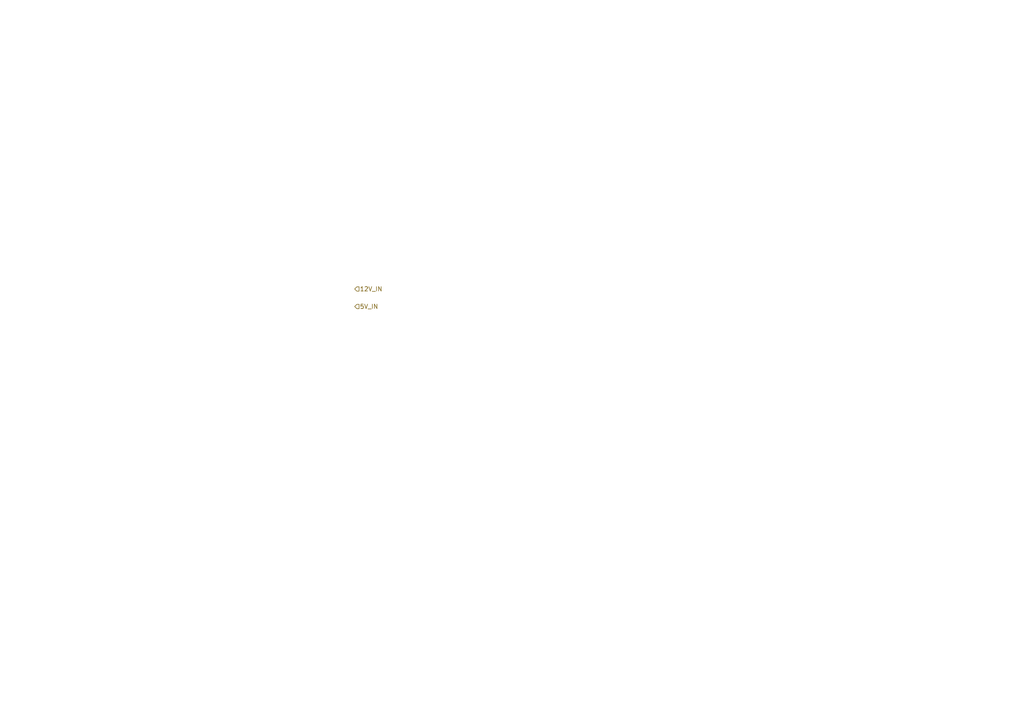
<source format=kicad_sch>
(kicad_sch
	(version 20231120)
	(generator "eeschema")
	(generator_version "8.0")
	(uuid "efd96519-622a-4b61-80da-64dad713d9a0")
	(paper "A4")
	(title_block
		(company "Longhorn Racing Solar")
		(comment 1 "https://cloud.wikis.utexas.edu/wiki/x/-qKvAQ")
	)
	(lib_symbols)
	(hierarchical_label "5V_IN"
		(shape input)
		(at 102.87 88.9 0)
		(fields_autoplaced yes)
		(effects
			(font
				(size 1.27 1.27)
			)
			(justify left)
		)
		(uuid "8522a300-5b89-4f17-901d-515b97b122b1")
	)
	(hierarchical_label "12V_IN"
		(shape input)
		(at 102.87 83.82 0)
		(fields_autoplaced yes)
		(effects
			(font
				(size 1.27 1.27)
			)
			(justify left)
		)
		(uuid "eb034c68-d1f4-4f4d-a877-8525dde0488f")
	)
)

</source>
